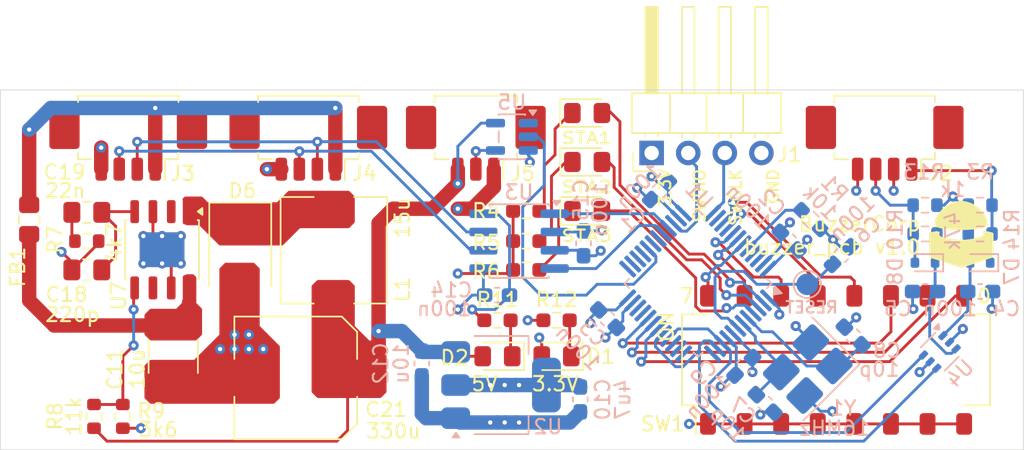
<source format=kicad_pcb>
(kicad_pcb
	(version 20241229)
	(generator "pcbnew")
	(generator_version "9.0")
	(general
		(thickness 1.71252)
		(legacy_teardrops no)
	)
	(paper "A4")
	(layers
		(0 "F.Cu" signal)
		(4 "In1.Cu" signal)
		(6 "In2.Cu" signal)
		(2 "B.Cu" signal)
		(9 "F.Adhes" user "F.Adhesive")
		(11 "B.Adhes" user "B.Adhesive")
		(13 "F.Paste" user)
		(15 "B.Paste" user)
		(5 "F.SilkS" user "F.Silkscreen")
		(7 "B.SilkS" user "B.Silkscreen")
		(1 "F.Mask" user)
		(3 "B.Mask" user)
		(17 "Dwgs.User" user "User.Drawings")
		(19 "Cmts.User" user "User.Comments")
		(21 "Eco1.User" user "User.Eco1")
		(23 "Eco2.User" user "User.Eco2")
		(25 "Edge.Cuts" user)
		(27 "Margin" user)
		(31 "F.CrtYd" user "F.Courtyard")
		(29 "B.CrtYd" user "B.Courtyard")
		(35 "F.Fab" user)
		(33 "B.Fab" user)
		(39 "User.1" user)
		(41 "User.2" user)
		(43 "User.3" user)
		(45 "User.4" user)
	)
	(setup
		(stackup
			(layer "F.SilkS"
				(type "Top Silk Screen")
				(color "White")
			)
			(layer "F.Paste"
				(type "Top Solder Paste")
			)
			(layer "F.Mask"
				(type "Top Solder Mask")
				(color "Green")
				(thickness 0.025)
			)
			(layer "F.Cu"
				(type "copper")
				(thickness 0.04)
			)
			(layer "dielectric 1"
				(type "prepreg")
				(color "FR4 natural")
				(thickness 0.13626)
				(material "R-1551")
				(epsilon_r 4.3)
				(loss_tangent 0)
			)
			(layer "In1.Cu"
				(type "copper")
				(thickness 0.035)
			)
			(layer "dielectric 2"
				(type "core")
				(color "FR4 natural")
				(thickness 1.24)
				(material "FR4")
				(epsilon_r 4.5)
				(loss_tangent 0.02)
			)
			(layer "In2.Cu"
				(type "copper")
				(thickness 0.035)
			)
			(layer "dielectric 3"
				(type "prepreg")
				(color "FR4 natural")
				(thickness 0.13626)
				(material "R-1551")
				(epsilon_r 4.3)
				(loss_tangent 0)
			)
			(layer "B.Cu"
				(type "copper")
				(thickness 0.04)
			)
			(layer "B.Mask"
				(type "Bottom Solder Mask")
				(color "Green")
				(thickness 0.025)
			)
			(layer "B.Paste"
				(type "Bottom Solder Paste")
			)
			(layer "B.SilkS"
				(type "Bottom Silk Screen")
				(color "White")
			)
			(copper_finish "None")
			(dielectric_constraints no)
		)
		(pad_to_mask_clearance 0)
		(allow_soldermask_bridges_in_footprints no)
		(tenting front back)
		(pcbplotparams
			(layerselection 0x00000000_00000000_55555555_5755f5ff)
			(plot_on_all_layers_selection 0x00000000_00000000_00000000_00000000)
			(disableapertmacros no)
			(usegerberextensions no)
			(usegerberattributes yes)
			(usegerberadvancedattributes yes)
			(creategerberjobfile yes)
			(dashed_line_dash_ratio 12.000000)
			(dashed_line_gap_ratio 3.000000)
			(svgprecision 4)
			(plotframeref no)
			(mode 1)
			(useauxorigin no)
			(hpglpennumber 1)
			(hpglpenspeed 20)
			(hpglpendiameter 15.000000)
			(pdf_front_fp_property_popups yes)
			(pdf_back_fp_property_popups yes)
			(pdf_metadata yes)
			(pdf_single_document no)
			(dxfpolygonmode yes)
			(dxfimperialunits yes)
			(dxfusepcbnewfont yes)
			(psnegative no)
			(psa4output no)
			(plot_black_and_white yes)
			(sketchpadsonfab no)
			(plotpadnumbers no)
			(hidednponfab no)
			(sketchdnponfab yes)
			(crossoutdnponfab yes)
			(subtractmaskfromsilk no)
			(outputformat 1)
			(mirror no)
			(drillshape 1)
			(scaleselection 1)
			(outputdirectory "")
		)
	)
	(net 0 "")
	(net 1 "GND")
	(net 2 "+3.3V")
	(net 3 "/NRST")
	(net 4 "/OSC_OUT")
	(net 5 "/OSC_IN")
	(net 6 "V_IN")
	(net 7 "+5V")
	(net 8 "Net-(U7-COMP)")
	(net 9 "Net-(C19-Pad2)")
	(net 10 "/STATUS_LED1")
	(net 11 "/STATUS_LED1_K")
	(net 12 "/STATUS_LED2")
	(net 13 "/STATUS_LED2_K")
	(net 14 "/STATUS_LED3")
	(net 15 "/STATUS_LED3_K")
	(net 16 "/Reg3.3Sw")
	(net 17 "/SWDIO")
	(net 18 "/SWCLK")
	(net 19 "unconnected-(U1-PB10-Pad21)")
	(net 20 "/CAN+")
	(net 21 "/CAN-")
	(net 22 "Net-(J5-Pin_2)")
	(net 23 "/BOOT0")
	(net 24 "Net-(U7-FB)")
	(net 25 "/CFG6")
	(net 26 "/CFG2")
	(net 27 "/CFG7")
	(net 28 "/CFG1")
	(net 29 "/CFG5")
	(net 30 "/CFG4")
	(net 31 "/CFG3")
	(net 32 "/CFG0")
	(net 33 "/BUTTON_CONTACT_2")
	(net 34 "unconnected-(U1-PB13-Pad26)")
	(net 35 "/LED_DATA")
	(net 36 "/BUTTON_CONTACT_1")
	(net 37 "unconnected-(U1-PA4-Pad14)")
	(net 38 "unconnected-(U1-PA15-Pad38)")
	(net 39 "unconnected-(U1-PA2-Pad12)")
	(net 40 "unconnected-(U1-PB12-Pad25)")
	(net 41 "unconnected-(U1-PB14-Pad27)")
	(net 42 "unconnected-(U1-PB9-Pad46)")
	(net 43 "/CAN_TX")
	(net 44 "unconnected-(U1-PB8-Pad45)")
	(net 45 "unconnected-(U1-PA9-Pad30)")
	(net 46 "unconnected-(U1-PA3-Pad13)")
	(net 47 "unconnected-(U1-PB11-Pad22)")
	(net 48 "unconnected-(U1-PB15-Pad28)")
	(net 49 "unconnected-(U1-PA10-Pad31)")
	(net 50 "unconnected-(U1-PA5-Pad15)")
	(net 51 "/CAN_RX")
	(net 52 "unconnected-(U5-NC-Pad1)")
	(net 53 "unconnected-(U7-VREF-Pad6)")
	(net 54 "unconnected-(U7-SYNC-Pad2)")
	(net 55 "/PWR_LED_3.3_K")
	(net 56 "/PWR_LED_5_K")
	(net 57 "/V_BUS")
	(net 58 "Net-(D7-K)")
	(net 59 "Net-(D8-A)")
	(net 60 "Net-(D8-K)")
	(net 61 "Net-(D7-A)")
	(footprint "Resistor_SMD:R_0603_1608Metric_Pad0.98x0.95mm_HandSolder" (layer "F.Cu") (at 61.5 35.5))
	(footprint "Capacitor_SMD:C_1812_4532Metric_Pad1.57x3.40mm_HandSolder" (layer "F.Cu") (at 36.999999 43.499999 -90))
	(footprint "Connector_Molex:Molex_PicoBlade_53261-0471_1x04-1MP_P1.25mm_Horizontal" (layer "F.Cu") (at 86.375 28.1 180))
	(footprint "LED_SMD:LED_0805_2012Metric_Pad1.15x1.40mm_HandSolder" (layer "F.Cu") (at 63.6 43.499999 180))
	(footprint "Resistor_SMD:R_0603_1608Metric" (layer "F.Cu") (at 33.5 47.675 -90))
	(footprint "Resistor_SMD:R_0603_1608Metric" (layer "F.Cu") (at 31.5 47.675 90))
	(footprint "LED_SMD:LED_0805_2012Metric_Pad1.15x1.40mm_HandSolder" (layer "F.Cu") (at 65.725002 33.4))
	(footprint "Capacitor_SMD:C_0805_2012Metric_Pad1.18x1.45mm_HandSolder" (layer "F.Cu") (at 31 37.5 180))
	(footprint "Diode_SMD:D_SMB" (layer "F.Cu") (at 41.649999 36.484997 -90))
	(footprint "Package_SO:HSOP-8-1EP_3.9x4.9mm_P1.27mm_EP2.41x3.1mm_ThermalVias" (layer "F.Cu") (at 36.224999 36.099999 -90))
	(footprint "Resistor_SMD:R_0603_1608Metric_Pad0.98x0.95mm_HandSolder" (layer "F.Cu") (at 61.5 33.4))
	(footprint "LED_SMD:LED_0805_2012Metric_Pad1.15x1.40mm_HandSolder" (layer "F.Cu") (at 65.725002 30))
	(footprint "Connector_Molex:Molex_PicoBlade_53261-0471_1x04-1MP_P1.25mm_Horizontal" (layer "F.Cu") (at 33.875 28.1 180))
	(footprint "Connector_Molex:Molex_PicoBlade_53261-0371_1x03-1MP_P1.25mm_Horizontal" (layer "F.Cu") (at 58 28.1 180))
	(footprint "Resistor_SMD:R_0603_1608Metric_Pad0.98x0.95mm_HandSolder" (layer "F.Cu") (at 61.5 37.5))
	(footprint "Inductor_SMD:L_7.3x7.3_H3.5" (layer "F.Cu") (at 48.15 36.134998 90))
	(footprint "Connector_PinHeader_2.54mm:PinHeader_1x04_P2.54mm_Horizontal" (layer "F.Cu") (at 70.2 29.375 90))
	(footprint "Resistor_SMD:R_0603_1608Metric_Pad0.98x0.95mm_HandSolder" (layer "F.Cu") (at 59.5 41))
	(footprint "Resistor_SMD:R_0603_1608Metric" (layer "F.Cu") (at 31 35.5))
	(footprint "Connector_Molex:Molex_PicoBlade_53261-0471_1x04-1MP_P1.25mm_Horizontal" (layer "F.Cu") (at 46.375 28.1 180))
	(footprint "Capacitor_SMD:C_Elec_8x10.2" (layer "F.Cu") (at 45.5 45 180))
	(footprint "Button_Switch_SMD:SW_DIP_SPSTx08_Slide_Omron_A6S-810x_W8.9mm_P2.54mm" (layer "F.Cu") (at 83 43.75 90))
	(footprint "Inductor_SMD:L_0805_2012Metric_Pad1.15x1.40mm_HandSolder" (layer "F.Cu") (at 27 34 90))
	(footprint "Capacitor_SMD:C_0805_2012Metric_Pad1.18x1.45mm_HandSolder" (layer "F.Cu") (at 31 33.5 180))
	(footprint "Resistor_SMD:R_0603_1608Metric_Pad0.98x0.95mm_HandSolder" (layer "F.Cu") (at 63.6 41.000001))
	(footprint "LED_SMD:LED_0805_2012Metric_Pad1.15x1.40mm_HandSolder" (layer "F.Cu") (at 65.725001 26.6))
	(footprint "LED_SMD:LED_0805_2012Metric_Pad1.15x1.40mm_HandSolder" (layer "F.Cu") (at 59.5 43.5 180))
	(footprint "Resistor_SMD:R_0603_1608Metric" (layer "B.Cu") (at 93 33 180))
	(footprint "Resistor_SMD:R_0603_1608Metric" (layer "B.Cu") (at 93 35 180))
	(footprint "Capacitor_SMD:C_0603_1608Metric_Pad1.08x0.95mm_HandSolder" (layer "B.Cu") (at 76.6 44.2 45))
	(footprint "Capacitor_SMD:C_0603_1608Metric_Pad1.08x0.95mm_HandSolder" (layer "B.Cu") (at 89.175 39 180))
	(footprint "Capacitor_SMD:C_0603_1608Metric_Pad1.08x0.95mm_HandSolder" (layer "B.Cu") (at 83.3625 36.5 45))
	(footprint "Capacitor_SMD:C_0603_1608Metric_Pad1.08x0.95mm_HandSolder"
		(layer "B.Cu")
		(uuid "34d1bef9-61c0-4e11-8b33-5cc3a6e763b8")
		(at 84.188478 42.087868 -45)
		(descr "Capacitor SMD 0603 (1608 Metric), square (rectangular) end terminal, IPC_7351 nominal with elongated pad for handsoldering. (Body size source: IPC-SM-782 page 76, https://www.pcb-3d.com/wordpress/wp-content/uploads/ipc-sm-782a_amendment_1_and_2.pdf), generated with kicad-footprint-generator")
		(tags "capacitor handsolder")
		(property "Reference" "C8"
			(at 3.127996 -1.696625 0)
			(layer "B.SilkS")
			(uuid "258ed573-633a-4cdc-a986-51dad7e0aa78")
			(effects
				(font
					(size 1 1)
					(thickness 0.15)
				)
				(justify left mirror)
			)
		)
		(property "Value" "10p"
			(at 3.976524 -0.706675 0)
			(layer "B.SilkS")
			(uuid "01b0ab06-b9d8-4b26-8e30-57aea9fa94f1")
			(effects
				(font
					(size 1 1)
					(thickness 0.15)
				)
				(justify left mirror)
			)
		)
		(property "Datasheet" "~"
			(at 0 0 135)
			(unlocked yes)
			(layer "B.Fab")
			(hide yes)
			(uuid "88476c03-4a73-4467-839a-e4689a7a646b")
			(effects
				(font
					(size 1.27 1.27)
					(thickness 0.15)
				)
				(justify mirror)
			)
		)
		(property "Description" "Unpolarized capacitor"
			(at 0 0 135)
			(unlocked yes)
			(layer "B.Fab")
			(hide yes)
			(uuid "5d324de1-4ad2-47bc-bd01-30d5772774d0")
			(effects
				(font
					(size 1.27 1.27)
					(thickness 0.15)
				)
				(justify mirror)
			)
		)
		(property ki_fp_filters "C_*")
		(path "/e038a79c-44a0-43eb-ba9b-aa3763f0f74c")
		(sheetname "/")
		(sheetfile "buzzer_pcb.kicad_sch")
		(attr smd)
		(fp_line
			(start -0
... [307146 chars truncated]
</source>
